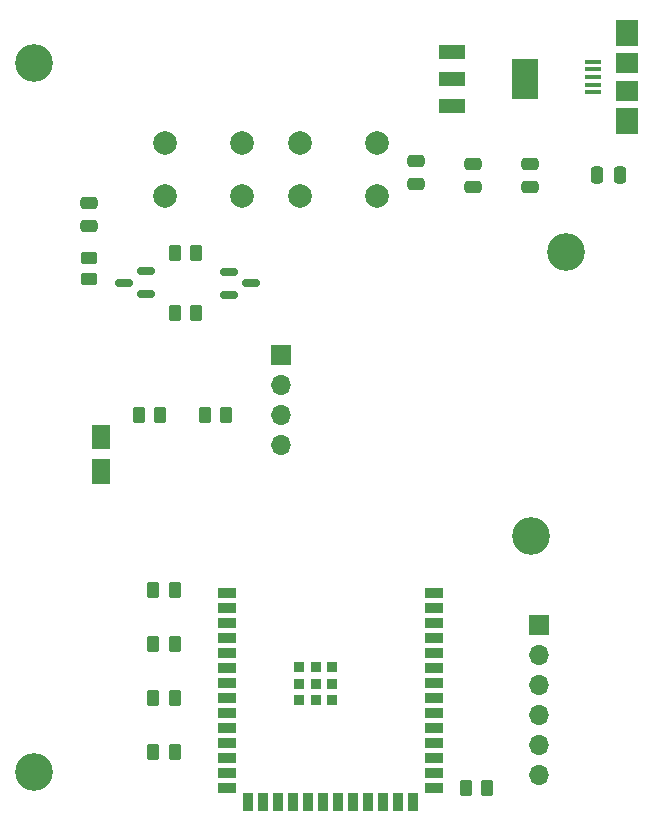
<source format=gbr>
%TF.GenerationSoftware,KiCad,Pcbnew,7.0.10*%
%TF.CreationDate,2024-03-01T12:14:43-06:00*%
%TF.ProjectId,ESP32,45535033-322e-46b6-9963-61645f706362,rev?*%
%TF.SameCoordinates,Original*%
%TF.FileFunction,Soldermask,Top*%
%TF.FilePolarity,Negative*%
%FSLAX46Y46*%
G04 Gerber Fmt 4.6, Leading zero omitted, Abs format (unit mm)*
G04 Created by KiCad (PCBNEW 7.0.10) date 2024-03-01 12:14:43*
%MOMM*%
%LPD*%
G01*
G04 APERTURE LIST*
G04 Aperture macros list*
%AMRoundRect*
0 Rectangle with rounded corners*
0 $1 Rounding radius*
0 $2 $3 $4 $5 $6 $7 $8 $9 X,Y pos of 4 corners*
0 Add a 4 corners polygon primitive as box body*
4,1,4,$2,$3,$4,$5,$6,$7,$8,$9,$2,$3,0*
0 Add four circle primitives for the rounded corners*
1,1,$1+$1,$2,$3*
1,1,$1+$1,$4,$5*
1,1,$1+$1,$6,$7*
1,1,$1+$1,$8,$9*
0 Add four rect primitives between the rounded corners*
20,1,$1+$1,$2,$3,$4,$5,0*
20,1,$1+$1,$4,$5,$6,$7,0*
20,1,$1+$1,$6,$7,$8,$9,0*
20,1,$1+$1,$8,$9,$2,$3,0*%
%AMFreePoly0*
4,1,6,1.000000,0.000000,0.500000,-0.750000,-0.500000,-0.750000,-0.500000,0.750000,0.500000,0.750000,1.000000,0.000000,1.000000,0.000000,$1*%
G04 Aperture macros list end*
%ADD10R,1.700000X1.700000*%
%ADD11O,1.700000X1.700000*%
%ADD12R,1.500000X1.500000*%
%ADD13FreePoly0,90.000000*%
%ADD14FreePoly0,270.000000*%
%ADD15R,1.400000X0.400000*%
%ADD16R,1.900000X2.300000*%
%ADD17R,1.900000X1.800000*%
%ADD18C,3.200000*%
%ADD19RoundRect,0.250000X-0.262500X-0.450000X0.262500X-0.450000X0.262500X0.450000X-0.262500X0.450000X0*%
%ADD20C,2.000000*%
%ADD21RoundRect,0.250000X0.262500X0.450000X-0.262500X0.450000X-0.262500X-0.450000X0.262500X-0.450000X0*%
%ADD22RoundRect,0.250000X0.475000X-0.250000X0.475000X0.250000X-0.475000X0.250000X-0.475000X-0.250000X0*%
%ADD23RoundRect,0.150000X0.587500X0.150000X-0.587500X0.150000X-0.587500X-0.150000X0.587500X-0.150000X0*%
%ADD24R,2.200000X1.200000*%
%ADD25R,2.200000X3.500000*%
%ADD26RoundRect,0.250000X-0.475000X0.250000X-0.475000X-0.250000X0.475000X-0.250000X0.475000X0.250000X0*%
%ADD27R,1.498600X0.889000*%
%ADD28R,0.889000X1.498600*%
%ADD29R,0.889000X0.889000*%
%ADD30RoundRect,0.250000X0.450000X-0.262500X0.450000X0.262500X-0.450000X0.262500X-0.450000X-0.262500X0*%
%ADD31RoundRect,0.250000X-0.250000X-0.475000X0.250000X-0.475000X0.250000X0.475000X-0.250000X0.475000X0*%
%ADD32RoundRect,0.150000X-0.587500X-0.150000X0.587500X-0.150000X0.587500X0.150000X-0.587500X0.150000X0*%
G04 APERTURE END LIST*
D10*
%TO.C,USB_UART1*%
X119888000Y-90170000D03*
D11*
X119888000Y-92710000D03*
X119888000Y-95250000D03*
X119888000Y-97790000D03*
X119888000Y-100330000D03*
X119888000Y-102870000D03*
%TD*%
D12*
%TO.C,JP1*%
X82804000Y-76892000D03*
X82804000Y-74492000D03*
D13*
X82804000Y-77692000D03*
D14*
X82804000Y-73692000D03*
%TD*%
D15*
%TO.C,MicroUSB_5V1A_Wall1*%
X124450000Y-45048000D03*
X124450000Y-44398000D03*
X124450000Y-43748000D03*
X124450000Y-43098000D03*
X124450000Y-42448000D03*
D16*
X127300000Y-47498000D03*
D17*
X127300000Y-44898000D03*
X127300000Y-42598000D03*
D16*
X127300000Y-39998000D03*
%TD*%
D18*
%TO.C,H4*%
X119136000Y-82592000D03*
%TD*%
D19*
%TO.C,R5*%
X87189500Y-91718000D03*
X89014500Y-91718000D03*
%TD*%
D18*
%TO.C,H1*%
X77136000Y-42592000D03*
%TD*%
D19*
%TO.C,R7*%
X87189500Y-87146000D03*
X89014500Y-87146000D03*
%TD*%
D20*
%TO.C,SW2*%
X88190000Y-49312000D03*
X94690000Y-49312000D03*
X88190000Y-53812000D03*
X94690000Y-53812000D03*
%TD*%
D21*
%TO.C,R1*%
X89014500Y-100862000D03*
X87189500Y-100862000D03*
%TD*%
D19*
%TO.C,R2*%
X89003500Y-58674000D03*
X90828500Y-58674000D03*
%TD*%
D22*
%TO.C,C1*%
X109474000Y-52766000D03*
X109474000Y-50866000D03*
%TD*%
D21*
%TO.C,R4*%
X89014500Y-96290000D03*
X87189500Y-96290000D03*
%TD*%
D23*
%TO.C,Q2*%
X86614000Y-62098000D03*
X86614000Y-60198000D03*
X84739000Y-61148000D03*
%TD*%
D24*
%TO.C,U1*%
X112470000Y-41642000D03*
X112470000Y-43942000D03*
X112470000Y-46242000D03*
D25*
X118670000Y-43942000D03*
%TD*%
D21*
%TO.C,R8*%
X115466500Y-103910000D03*
X113641500Y-103910000D03*
%TD*%
D20*
%TO.C,SW1*%
X99620000Y-49312000D03*
X106120000Y-49312000D03*
X99620000Y-53812000D03*
X106120000Y-53812000D03*
%TD*%
D26*
%TO.C,C3*%
X119126000Y-51120000D03*
X119126000Y-53020000D03*
%TD*%
D21*
%TO.C,R13*%
X87780500Y-72390000D03*
X85955500Y-72390000D03*
%TD*%
%TO.C,R12*%
X93368500Y-72390000D03*
X91543500Y-72390000D03*
%TD*%
D27*
%TO.C,U2*%
X93462000Y-87400000D03*
X93462000Y-88670000D03*
X93462000Y-89940000D03*
X93462000Y-91210000D03*
X93462000Y-92480000D03*
X93462000Y-93750000D03*
X93462000Y-95020000D03*
X93462000Y-96290000D03*
X93462000Y-97560000D03*
X93462000Y-98830000D03*
X93462000Y-100100000D03*
X93462000Y-101370000D03*
X93462000Y-102640000D03*
X93462000Y-103910000D03*
D28*
X95227000Y-105160000D03*
X96497000Y-105160000D03*
X97767000Y-105160000D03*
X99037000Y-105160000D03*
X100307000Y-105160000D03*
X101577000Y-105160000D03*
X102847000Y-105160000D03*
X104117000Y-105160000D03*
X105387000Y-105160000D03*
X106657000Y-105160000D03*
X107927000Y-105160000D03*
X109197000Y-105160000D03*
D27*
X110962000Y-103910000D03*
X110962000Y-102640000D03*
X110962000Y-101370000D03*
X110962000Y-100100000D03*
X110962000Y-98830000D03*
X110962000Y-97560000D03*
X110962000Y-96290000D03*
X110962000Y-95020000D03*
X110962000Y-93750000D03*
X110962000Y-92480000D03*
X110962000Y-91210000D03*
X110962000Y-89940000D03*
X110962000Y-88670000D03*
X110962000Y-87400000D03*
D29*
X100962000Y-95120000D03*
X100962000Y-93720000D03*
X99562000Y-93720000D03*
X99562000Y-95120000D03*
X99562000Y-96520000D03*
X100962000Y-96520000D03*
X102362000Y-96520000D03*
X102362000Y-95120000D03*
X102362000Y-93720000D03*
%TD*%
D26*
%TO.C,C4*%
X114300000Y-51120000D03*
X114300000Y-53020000D03*
%TD*%
D30*
%TO.C,R6*%
X81788000Y-60856500D03*
X81788000Y-59031500D03*
%TD*%
D22*
%TO.C,C2*%
X81788000Y-56322000D03*
X81788000Y-54422000D03*
%TD*%
D18*
%TO.C,H3*%
X122136000Y-58592000D03*
%TD*%
D31*
%TO.C,C5*%
X124780000Y-52070000D03*
X126680000Y-52070000D03*
%TD*%
D32*
%TO.C,Q1*%
X93629000Y-60264000D03*
X93629000Y-62164000D03*
X95504000Y-61214000D03*
%TD*%
D10*
%TO.C,Nextion1*%
X98044000Y-67310000D03*
D11*
X98044000Y-69850000D03*
X98044000Y-72390000D03*
X98044000Y-74930000D03*
%TD*%
D18*
%TO.C,H2*%
X77136000Y-102592000D03*
%TD*%
D21*
%TO.C,R3*%
X90828500Y-63754000D03*
X89003500Y-63754000D03*
%TD*%
M02*

</source>
